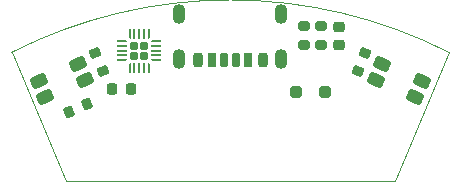
<source format=gbr>
%TF.GenerationSoftware,KiCad,Pcbnew,9.0.5*%
%TF.CreationDate,2025-12-07T22:15:23-05:00*%
%TF.ProjectId,Control_PCB,436f6e74-726f-46c5-9f50-43422e6b6963,rev?*%
%TF.SameCoordinates,Original*%
%TF.FileFunction,Paste,Top*%
%TF.FilePolarity,Positive*%
%FSLAX46Y46*%
G04 Gerber Fmt 4.6, Leading zero omitted, Abs format (unit mm)*
G04 Created by KiCad (PCBNEW 9.0.5) date 2025-12-07 22:15:23*
%MOMM*%
%LPD*%
G01*
G04 APERTURE LIST*
G04 Aperture macros list*
%AMRoundRect*
0 Rectangle with rounded corners*
0 $1 Rounding radius*
0 $2 $3 $4 $5 $6 $7 $8 $9 X,Y pos of 4 corners*
0 Add a 4 corners polygon primitive as box body*
4,1,4,$2,$3,$4,$5,$6,$7,$8,$9,$2,$3,0*
0 Add four circle primitives for the rounded corners*
1,1,$1+$1,$2,$3*
1,1,$1+$1,$4,$5*
1,1,$1+$1,$6,$7*
1,1,$1+$1,$8,$9*
0 Add four rect primitives between the rounded corners*
20,1,$1+$1,$2,$3,$4,$5,0*
20,1,$1+$1,$4,$5,$6,$7,0*
20,1,$1+$1,$6,$7,$8,$9,0*
20,1,$1+$1,$8,$9,$2,$3,0*%
%AMFreePoly0*
4,1,14,0.334644,0.085355,0.385355,0.034644,0.400000,-0.000711,0.400000,-0.050000,0.385355,-0.085355,0.350000,-0.100000,-0.350000,-0.100000,-0.385355,-0.085355,-0.400000,-0.050000,-0.400000,0.050000,-0.385355,0.085355,-0.350000,0.100000,0.299289,0.100000,0.334644,0.085355,0.334644,0.085355,$1*%
%AMFreePoly1*
4,1,14,0.385355,0.085355,0.400000,0.050000,0.400000,0.000711,0.385355,-0.034644,0.334644,-0.085355,0.299289,-0.100000,-0.350000,-0.100000,-0.385355,-0.085355,-0.400000,-0.050000,-0.400000,0.050000,-0.385355,0.085355,-0.350000,0.100000,0.350000,0.100000,0.385355,0.085355,0.385355,0.085355,$1*%
%AMFreePoly2*
4,1,14,0.085355,0.385355,0.100000,0.350000,0.100000,-0.350000,0.085355,-0.385355,0.050000,-0.400000,-0.050000,-0.400000,-0.085355,-0.385355,-0.100000,-0.350000,-0.100000,0.299289,-0.085355,0.334644,-0.034644,0.385355,0.000711,0.400000,0.050000,0.400000,0.085355,0.385355,0.085355,0.385355,$1*%
%AMFreePoly3*
4,1,14,0.034644,0.385355,0.085355,0.334644,0.100000,0.299289,0.100000,-0.350000,0.085355,-0.385355,0.050000,-0.400000,-0.050000,-0.400000,-0.085355,-0.385355,-0.100000,-0.350000,-0.100000,0.350000,-0.085355,0.385355,-0.050000,0.400000,-0.000711,0.400000,0.034644,0.385355,0.034644,0.385355,$1*%
%AMFreePoly4*
4,1,14,0.385355,0.085355,0.400000,0.050000,0.400000,-0.050000,0.385355,-0.085355,0.350000,-0.100000,-0.299289,-0.100000,-0.334644,-0.085355,-0.385355,-0.034644,-0.400000,0.000711,-0.400000,0.050000,-0.385355,0.085355,-0.350000,0.100000,0.350000,0.100000,0.385355,0.085355,0.385355,0.085355,$1*%
%AMFreePoly5*
4,1,14,0.385355,0.085355,0.400000,0.050000,0.400000,-0.050000,0.385355,-0.085355,0.350000,-0.100000,-0.350000,-0.100000,-0.385355,-0.085355,-0.400000,-0.050000,-0.400000,-0.000711,-0.385355,0.034644,-0.334644,0.085355,-0.299289,0.100000,0.350000,0.100000,0.385355,0.085355,0.385355,0.085355,$1*%
%AMFreePoly6*
4,1,14,0.085355,0.385355,0.100000,0.350000,0.100000,-0.299289,0.085355,-0.334644,0.034644,-0.385355,-0.000711,-0.400000,-0.050000,-0.400000,-0.085355,-0.385355,-0.100000,-0.350000,-0.100000,0.350000,-0.085355,0.385355,-0.050000,0.400000,0.050000,0.400000,0.085355,0.385355,0.085355,0.385355,$1*%
%AMFreePoly7*
4,1,14,0.085355,0.385355,0.100000,0.350000,0.100000,-0.350000,0.085355,-0.385355,0.050000,-0.400000,0.000711,-0.400000,-0.034644,-0.385355,-0.085355,-0.334644,-0.100000,-0.299289,-0.100000,0.350000,-0.085355,0.385355,-0.050000,0.400000,0.050000,0.400000,0.085355,0.385355,0.085355,0.385355,$1*%
G04 Aperture macros list end*
%ADD10RoundRect,0.250000X0.521351X0.079485X-0.308563X0.427684X-0.521351X-0.079485X0.308563X-0.427684X0*%
%ADD11RoundRect,0.172500X-0.172500X-0.172500X0.172500X-0.172500X0.172500X0.172500X-0.172500X0.172500X0*%
%ADD12FreePoly0,0.000000*%
%ADD13RoundRect,0.050000X-0.350000X-0.050000X0.350000X-0.050000X0.350000X0.050000X-0.350000X0.050000X0*%
%ADD14FreePoly1,0.000000*%
%ADD15FreePoly2,0.000000*%
%ADD16RoundRect,0.050000X-0.050000X-0.350000X0.050000X-0.350000X0.050000X0.350000X-0.050000X0.350000X0*%
%ADD17FreePoly3,0.000000*%
%ADD18FreePoly4,0.000000*%
%ADD19FreePoly5,0.000000*%
%ADD20FreePoly6,0.000000*%
%ADD21FreePoly7,0.000000*%
%ADD22RoundRect,0.250000X0.250000X0.250000X-0.250000X0.250000X-0.250000X-0.250000X0.250000X-0.250000X0*%
%ADD23RoundRect,0.175000X0.175000X0.425000X-0.175000X0.425000X-0.175000X-0.425000X0.175000X-0.425000X0*%
%ADD24RoundRect,0.190000X-0.190000X-0.410000X0.190000X-0.410000X0.190000X0.410000X-0.190000X0.410000X0*%
%ADD25RoundRect,0.200000X-0.200000X-0.400000X0.200000X-0.400000X0.200000X0.400000X-0.200000X0.400000X0*%
%ADD26RoundRect,0.175000X-0.175000X-0.425000X0.175000X-0.425000X0.175000X0.425000X-0.175000X0.425000X0*%
%ADD27RoundRect,0.190000X0.190000X0.410000X-0.190000X0.410000X-0.190000X-0.410000X0.190000X-0.410000X0*%
%ADD28RoundRect,0.200000X0.200000X0.400000X-0.200000X0.400000X-0.200000X-0.400000X0.200000X-0.400000X0*%
%ADD29O,1.100000X1.700000*%
%ADD30RoundRect,0.200000X0.275000X-0.200000X0.275000X0.200000X-0.275000X0.200000X-0.275000X-0.200000X0*%
%ADD31RoundRect,0.250000X0.308563X0.427684X-0.521351X0.079485X-0.308563X-0.427684X0.521351X-0.079485X0*%
%ADD32RoundRect,0.200000X0.078031X0.330962X-0.290820X0.176207X-0.078031X-0.330962X0.290820X-0.176207X0*%
%ADD33RoundRect,0.200000X0.330962X-0.078031X0.176207X0.290820X-0.330962X0.078031X-0.176207X-0.290820X0*%
%ADD34RoundRect,0.200000X0.176207X-0.290820X0.330962X0.078031X-0.176207X0.290820X-0.330962X-0.078031X0*%
%ADD35RoundRect,0.225000X0.225000X0.250000X-0.225000X0.250000X-0.225000X-0.250000X0.225000X-0.250000X0*%
%ADD36RoundRect,0.225000X0.250000X-0.225000X0.250000X0.225000X-0.250000X0.225000X-0.250000X-0.225000X0*%
%TA.AperFunction,Profile*%
%ADD37C,0.100000*%
%TD*%
G04 APERTURE END LIST*
D10*
%TO.C,SW1*%
X165648319Y-67355545D03*
X162328663Y-65962749D03*
X166205437Y-66027683D03*
X162885781Y-64634887D03*
%TD*%
D11*
%TO.C,U1*%
X141850000Y-63050000D03*
X141850000Y-63900000D03*
X142700000Y-63050000D03*
X142700000Y-63900000D03*
D12*
X140825000Y-62675000D03*
D13*
X140825000Y-63075000D03*
X140825000Y-63475000D03*
X140825000Y-63875000D03*
D14*
X140825000Y-64275000D03*
D15*
X141475000Y-64925000D03*
D16*
X141875000Y-64925000D03*
X142275000Y-64925000D03*
X142675000Y-64925000D03*
D17*
X143075000Y-64925000D03*
D18*
X143725000Y-64275000D03*
D13*
X143725000Y-63875000D03*
X143725000Y-63475000D03*
X143725000Y-63075000D03*
D19*
X143725000Y-62675000D03*
D20*
X143075000Y-62025000D03*
D16*
X142675000Y-62025000D03*
X142275000Y-62025000D03*
X141875000Y-62025000D03*
D21*
X141475000Y-62025000D03*
%TD*%
D22*
%TO.C,D1*%
X158050000Y-67000000D03*
X155550000Y-67000000D03*
%TD*%
D23*
%TO.C,J1*%
X150500000Y-64280000D03*
D24*
X148480000Y-64280000D03*
D25*
X147250000Y-64280000D03*
D26*
X149500000Y-64280000D03*
D27*
X151520000Y-64280000D03*
D28*
X152750000Y-64280000D03*
D29*
X154320000Y-64200000D03*
X154320000Y-60400000D03*
X145680000Y-64200000D03*
X145680000Y-60400000D03*
%TD*%
D30*
%TO.C,R1*%
X157700000Y-63025000D03*
X157700000Y-61375000D03*
%TD*%
D31*
%TO.C,SW2*%
X137671337Y-65962749D03*
X134351681Y-67355546D03*
X137114219Y-64634886D03*
X133794563Y-66027683D03*
%TD*%
D32*
%TO.C,R5*%
X137860755Y-67980817D03*
X136339245Y-68619183D03*
%TD*%
D33*
%TO.C,R3*%
X139219183Y-65160755D03*
X138580817Y-63639245D03*
%TD*%
D34*
%TO.C,R4*%
X160780817Y-65160755D03*
X161419183Y-63639245D03*
%TD*%
D30*
%TO.C,R2*%
X156200000Y-63025000D03*
X156200000Y-61375000D03*
%TD*%
D35*
%TO.C,C2*%
X141575000Y-66700000D03*
X140025000Y-66700000D03*
%TD*%
D36*
%TO.C,C1*%
X159200000Y-62975000D03*
X159200000Y-61425000D03*
%TD*%
D37*
X136047870Y-74500002D02*
X163952131Y-74500000D01*
X163952130Y-74500000D02*
X168518935Y-63615255D01*
X131481065Y-63615255D02*
G75*
G02*
X168518935Y-63615255I18518935J-36384742D01*
G01*
X131481065Y-63615255D02*
X136047870Y-74500000D01*
M02*

</source>
